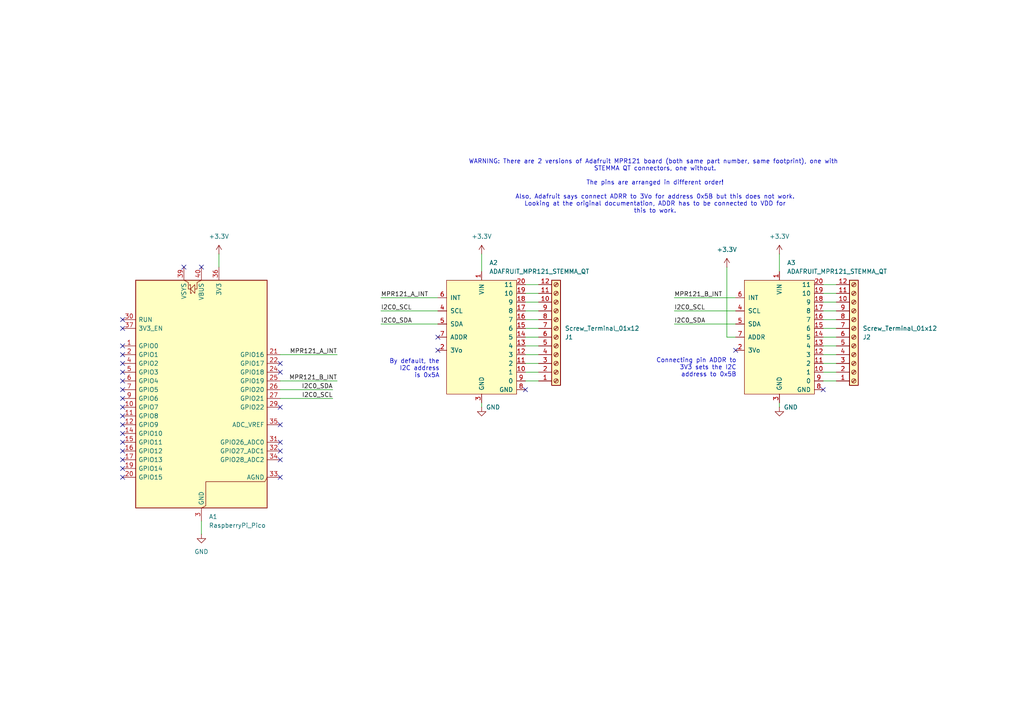
<source format=kicad_sch>
(kicad_sch (version 20250114) (generator "eeschema") (generator_version "9.0")
  (paper "A4")
  (title_block (title "Lick sensor, 24 bottles, USB out") (date "2025-10-27") (rev "1.0"))
  (lib_symbols
    (symbol "AG_Sensor:ADAFRUIT_MPR121_STEMMA_QT" (pin_names (offset 1.016))
      (property "Reference" "A" (at 5.08 13.97 0))
      (property "Value" "ADAFRUIT_MPR121_STEMMA_QT" (at 2.54 16.51 0))
      (symbol "ADAFRUIT_MPR121_STEMMA_QT_1_1"
        (rectangle (start -8.89 11.43) (end 11.43 -21.59) (fill (type background)))
        (pin passive line (at -11.43 6.35 0) (length 2.54) (name "INT") (number "6"))
        (pin passive line (at -11.43 2.54 0) (length 2.54) (name "SCL") (number "4"))
        (pin passive line (at -11.43 -1.27 0) (length 2.54) (name "SDA") (number "5"))
        (pin passive line (at -11.43 -5.08 0) (length 2.54) (name "ADDR") (number "7"))
        (pin power_out line (at -11.43 -8.89 0) (length 2.54) (name "3Vo") (number "2"))
        (pin power_in line (at 1.27 13.97 270) (length 2.54) (name "VIN") (number "1"))
        (pin power_in line (at 1.27 -24.13 90) (length 2.54) (name "GND") (number "3"))
        (pin passive line (at 13.97 10.16 180) (length 2.54) (name "11") (number "20"))
        (pin passive line (at 13.97 7.62 180) (length 2.54) (name "10") (number "19"))
        (pin passive line (at 13.97 5.08 180) (length 2.54) (name "9") (number "18"))
        (pin passive line (at 13.97 2.54 180) (length 2.54) (name "8") (number "17"))
        (pin passive line (at 13.97 0 180) (length 2.54) (name "7") (number "16"))
        (pin passive line (at 13.97 -2.54 180) (length 2.54) (name "6") (number "15"))
        (pin passive line (at 13.97 -5.08 180) (length 2.54) (name "5") (number "14"))
        (pin passive line (at 13.97 -7.62 180) (length 2.54) (name "4") (number "13"))
        (pin passive line (at 13.97 -10.16 180) (length 2.54) (name "3") (number "12"))
        (pin passive line (at 13.97 -12.7 180) (length 2.54) (name "2") (number "11"))
        (pin passive line (at 13.97 -15.24 180) (length 2.54) (name "1") (number "10"))
        (pin passive line (at 13.97 -17.78 180) (length 2.54) (name "0") (number "9"))
        (pin power_in line (at 13.97 -20.32 180) (length 2.54) (name "GND") (number "8"))
      )
    )
    (symbol "Connector:Screw_Terminal_01x12" (pin_names (offset 1.016) (hide yes))
      (property "Reference" "J" (at 0 15.24 0))
      (property "Value" "Screw_Terminal_01x12" (at 0 -17.78 0))
      (symbol "Screw_Terminal_01x12_1_1"
        (rectangle (start -1.27 13.97) (end 1.27 -16.51) (stroke (width 0.254)) (fill (type background)))
        (polyline (pts (xy -0.5334 13.0302) (xy 0.3302 12.192)) (stroke (width 0.1524)))
        (polyline (pts (xy -0.5334 10.4902) (xy 0.3302 9.652)) (stroke (width 0.1524)))
        (polyline (pts (xy -0.5334 7.9502) (xy 0.3302 7.112)) (stroke (width 0.1524)))
        (polyline (pts (xy -0.5334 5.4102) (xy 0.3302 4.572)) (stroke (width 0.1524)))
        (polyline (pts (xy -0.5334 2.8702) (xy 0.3302 2.032)) (stroke (width 0.1524)))
        (polyline (pts (xy -0.5334 0.3302) (xy 0.3302 -0.508)) (stroke (width 0.1524)))
        (polyline (pts (xy -0.5334 -2.2098) (xy 0.3302 -3.048)) (stroke (width 0.1524)))
        (polyline (pts (xy -0.5334 -4.7498) (xy 0.3302 -5.588)) (stroke (width 0.1524)))
        (polyline (pts (xy -0.5334 -7.2898) (xy 0.3302 -8.128)) (stroke (width 0.1524)))
        (polyline (pts (xy -0.5334 -9.8298) (xy 0.3302 -10.668)) (stroke (width 0.1524)))
        (polyline (pts (xy -0.5334 -12.3698) (xy 0.3302 -13.208)) (stroke (width 0.1524)))
        (polyline (pts (xy -0.5334 -14.9098) (xy 0.3302 -15.748)) (stroke (width 0.1524)))
        (polyline (pts (xy -0.3556 13.208) (xy 0.508 12.3698)) (stroke (width 0.1524)))
        (polyline (pts (xy -0.3556 10.668) (xy 0.508 9.8298)) (stroke (width 0.1524)))
        (polyline (pts (xy -0.3556 8.128) (xy 0.508 7.2898)) (stroke (width 0.1524)))
        (polyline (pts (xy -0.3556 5.588) (xy 0.508 4.7498)) (stroke (width 0.1524)))
        (polyline (pts (xy -0.3556 3.048) (xy 0.508 2.2098)) (stroke (width 0.1524)))
        (polyline (pts (xy -0.3556 0.508) (xy 0.508 -0.3302)) (stroke (width 0.1524)))
        (polyline (pts (xy -0.3556 -2.032) (xy 0.508 -2.8702)) (stroke (width 0.1524)))
        (polyline (pts (xy -0.3556 -4.572) (xy 0.508 -5.4102)) (stroke (width 0.1524)))
        (polyline (pts (xy -0.3556 -7.112) (xy 0.508 -7.9502)) (stroke (width 0.1524)))
        (polyline (pts (xy -0.3556 -9.652) (xy 0.508 -10.4902)) (stroke (width 0.1524)))
        (polyline (pts (xy -0.3556 -12.192) (xy 0.508 -13.0302)) (stroke (width 0.1524)))
        (polyline (pts (xy -0.3556 -14.732) (xy 0.508 -15.5702)) (stroke (width 0.1524)))
        (circle (center 0 12.7) (radius 0.635) (stroke (width 0.1524)))
        (circle (center 0 10.16) (radius 0.635) (stroke (width 0.1524)))
        (circle (center 0 7.62) (radius 0.635) (stroke (width 0.1524)))
        (circle (center 0 5.08) (radius 0.635) (stroke (width 0.1524)))
        (circle (center 0 2.54) (radius 0.635) (stroke (width 0.1524)))
        (circle (center 0 0) (radius 0.635) (stroke (width 0.1524)))
        (circle (center 0 -2.54) (radius 0.635) (stroke (width 0.1524)))
        (circle (center 0 -5.08) (radius 0.635) (stroke (width 0.1524)))
        (circle (center 0 -7.62) (radius 0.635) (stroke (width 0.1524)))
        (circle (center 0 -10.16) (radius 0.635) (stroke (width 0.1524)))
        (circle (center 0 -12.7) (radius 0.635) (stroke (width 0.1524)))
        (circle (center 0 -15.24) (radius 0.635) (stroke (width 0.1524)))
        (pin passive line (at -5.08 12.7 0) (length 3.81) (name "Pin_1") (number "1"))
        (pin passive line (at -5.08 10.16 0) (length 3.81) (name "Pin_2") (number "2"))
        (pin passive line (at -5.08 7.62 0) (length 3.81) (name "Pin_3") (number "3"))
        (pin passive line (at -5.08 5.08 0) (length 3.81) (name "Pin_4") (number "4"))
        (pin passive line (at -5.08 2.54 0) (length 3.81) (name "Pin_5") (number "5"))
        (pin passive line (at -5.08 0 0) (length 3.81) (name "Pin_6") (number "6"))
        (pin passive line (at -5.08 -2.54 0) (length 3.81) (name "Pin_7") (number "7"))
        (pin passive line (at -5.08 -5.08 0) (length 3.81) (name "Pin_8") (number "8"))
        (pin passive line (at -5.08 -7.62 0) (length 3.81) (name "Pin_9") (number "9"))
        (pin passive line (at -5.08 -10.16 0) (length 3.81) (name "Pin_10") (number "10"))
        (pin passive line (at -5.08 -12.7 0) (length 3.81) (name "Pin_11") (number "11"))
        (pin passive line (at -5.08 -15.24 0) (length 3.81) (name "Pin_12") (number "12"))
      )
    )
    (symbol "MCU_Module:RaspberryPi_Pico" (pin_names (offset 0.762))
      (property "Reference" "A" (at -19.05 35.56 0))
      (property "Value" "RaspberryPi_Pico" (at 7.62 35.56 0))
      (symbol "RaspberryPi_Pico_0_1"
        (rectangle (start -19.05 34.29) (end 19.05 -31.75) (stroke (width 0.254)) (fill (type background)))
        (polyline (pts (xy -5.08 34.29) (xy -3.81 33.655) (xy -3.81 31.75) (xy -3.175 31.75)))
        (polyline (pts (xy -3.429 32.766) (xy -3.429 33.02) (xy -3.175 33.02) (xy -3.175 30.48) (xy -2.921 30.48) (xy -2.921 30.734)))
        (polyline (pts (xy -3.175 31.75) (xy -1.905 33.02) (xy -1.905 30.48) (xy -3.175 31.75)))
        (polyline (pts (xy 0 34.29) (xy -1.27 33.655) (xy -1.27 31.75) (xy -1.905 31.75)))
        (polyline (pts (xy 0 -31.75) (xy 1.27 -31.115) (xy 1.27 -24.13) (xy 18.415 -24.13) (xy 19.05 -22.86)))
      )
      (symbol "RaspberryPi_Pico_1_1"
        (pin passive line (at -22.86 22.86 0) (length 3.81) (name "RUN") (number "30"))
        (pin passive line (at -22.86 20.32 0) (length 3.81) (name "3V3_EN") (number "37"))
        (pin bidirectional line (at -22.86 15.24 0) (length 3.81) (name "GPIO0") (number "1"))
        (pin bidirectional line (at -22.86 12.7 0) (length 3.81) (name "GPIO1") (number "2"))
        (pin bidirectional line (at -22.86 10.16 0) (length 3.81) (name "GPIO2") (number "4"))
        (pin bidirectional line (at -22.86 7.62 0) (length 3.81) (name "GPIO3") (number "5"))
        (pin bidirectional line (at -22.86 5.08 0) (length 3.81) (name "GPIO4") (number "6"))
        (pin bidirectional line (at -22.86 2.54 0) (length 3.81) (name "GPIO5") (number "7"))
        (pin bidirectional line (at -22.86 0 0) (length 3.81) (name "GPIO6") (number "9"))
        (pin bidirectional line (at -22.86 -2.54 0) (length 3.81) (name "GPIO7") (number "10"))
        (pin bidirectional line (at -22.86 -5.08 0) (length 3.81) (name "GPIO8") (number "11"))
        (pin bidirectional line (at -22.86 -7.62 0) (length 3.81) (name "GPIO9") (number "12"))
        (pin bidirectional line (at -22.86 -10.16 0) (length 3.81) (name "GPIO10") (number "14"))
        (pin bidirectional line (at -22.86 -12.7 0) (length 3.81) (name "GPIO11") (number "15"))
        (pin bidirectional line (at -22.86 -15.24 0) (length 3.81) (name "GPIO12") (number "16"))
        (pin bidirectional line (at -22.86 -17.78 0) (length 3.81) (name "GPIO13") (number "17"))
        (pin bidirectional line (at -22.86 -20.32 0) (length 3.81) (name "GPIO14") (number "19"))
        (pin bidirectional line (at -22.86 -22.86 0) (length 3.81) (name "GPIO15") (number "20"))
        (pin power_in line (at -5.08 38.1 270) (length 3.81) (name "VSYS") (number "39"))
        (pin power_out line (at 0 38.1 270) (length 3.81) (name "VBUS") (number "40"))
        (pin passive line (at 0 -35.56 90) (length 3.81) (hide yes) (name "GND") (number "13"))
        (pin passive line (at 0 -35.56 90) (length 3.81) (hide yes) (name "GND") (number "18"))
        (pin passive line (at 0 -35.56 90) (length 3.81) (hide yes) (name "GND") (number "23"))
        (pin passive line (at 0 -35.56 90) (length 3.81) (hide yes) (name "GND") (number "28"))
        (pin power_out line (at 0 -35.56 90) (length 3.81) (name "GND") (number "3"))
        (pin passive line (at 0 -35.56 90) (length 3.81) (hide yes) (name "GND") (number "38"))
        (pin passive line (at 0 -35.56 90) (length 3.81) (hide yes) (name "GND") (number "8"))
        (pin power_out line (at 5.08 38.1 270) (length 3.81) (name "3V3") (number "36"))
        (pin bidirectional line (at 22.86 12.7 180) (length 3.81) (name "GPIO16") (number "21"))
        (pin bidirectional line (at 22.86 10.16 180) (length 3.81) (name "GPIO17") (number "22"))
        (pin bidirectional line (at 22.86 7.62 180) (length 3.81) (name "GPIO18") (number "24"))
        (pin bidirectional line (at 22.86 5.08 180) (length 3.81) (name "GPIO19") (number "25"))
        (pin bidirectional line (at 22.86 2.54 180) (length 3.81) (name "GPIO20") (number "26"))
        (pin bidirectional line (at 22.86 0 180) (length 3.81) (name "GPIO21") (number "27"))
        (pin bidirectional line (at 22.86 -2.54 180) (length 3.81) (name "GPIO22") (number "29"))
        (pin power_in line (at 22.86 -7.62 180) (length 3.81) (name "ADC_VREF") (number "35"))
        (pin bidirectional line (at 22.86 -12.7 180) (length 3.81) (name "GPIO26_ADC0") (number "31"))
        (pin bidirectional line (at 22.86 -15.24 180) (length 3.81) (name "GPIO27_ADC1") (number "32"))
        (pin bidirectional line (at 22.86 -17.78 180) (length 3.81) (name "GPIO28_ADC2") (number "34"))
        (pin power_out line (at 22.86 -22.86 180) (length 3.81) (name "AGND") (number "33"))
      )
    )
    (symbol "power:+3.3V" (power) (pin_numbers (hide yes)) (pin_names (offset 0) (hide yes))
      (property "Value" "+3.3V" (at 0 3.556 0))
      (symbol "+3.3V_0_1"
        (polyline (pts (xy -0.762 1.27) (xy 0 2.54)))
        (polyline (pts (xy 0 2.54) (xy 0.762 1.27)))
        (polyline (pts (xy 0 0) (xy 0 2.54)))
      )
      (symbol "+3.3V_1_1"
        (pin power_in line (at 0 0 90) (length 0) (name "~") (number "1"))
      )
    )
    (symbol "power:GND" (power) (pin_numbers (hide yes)) (pin_names (offset 0) (hide yes))
      (property "Value" "GND" (at 0 -3.81 0))
      (symbol "GND_0_1"
        (polyline (pts (xy 0 0) (xy 0 -1.27) (xy 1.27 -1.27) (xy 0 -2.54) (xy -1.27 -1.27) (xy 0 -1.27)))
      )
      (symbol "GND_1_1"
        (pin power_in line (at 0 0 270) (length 0) (name "~") (number "1"))
      )
    )
  )
  (text "Connecting pin ADDR to\n3V3 sets the I2C\naddress to 0x5B" (at 213.614 106.68 0) (effects (font (size 1.27 1.27)) (justify right)))
  (text "WARNING: There are 2 versions of Adafruit MPR121 board (both same part number, same footprint), one with \nSTEMMA QT connectors, one without.\n\nThe pins are arranged in different order!\n\nAlso, Adafruit says connect ADRR to 3Vo for address 0x5B but this does not work.\nLooking at the original documentation, ADDR has to be connected to VDD for\nthis to work." (at 189.992 54.102 0) (effects (font (size 1.27 1.27))))
  (text "By default, the\nI2C address\nis 0x5A" (at 127.508 106.934 0) (effects (font (size 1.27 1.27)) (justify right)))
  (no_connect (at 81.28 107.95))
  (no_connect (at 35.56 107.95))
  (no_connect (at 35.56 115.57))
  (no_connect (at 35.56 123.19))
  (no_connect (at 81.28 128.27))
  (no_connect (at 35.56 110.49))
  (no_connect (at 81.28 130.81))
  (no_connect (at 35.56 95.25))
  (no_connect (at 35.56 118.11))
  (no_connect (at 238.76 113.03))
  (no_connect (at 53.34 77.47))
  (no_connect (at 127 97.79))
  (no_connect (at 81.28 138.43))
  (no_connect (at 35.56 102.87))
  (no_connect (at 35.56 130.81))
  (no_connect (at 81.28 123.19))
  (no_connect (at 81.28 133.35))
  (no_connect (at 35.56 135.89))
  (no_connect (at 127 101.6))
  (no_connect (at 58.42 77.47))
  (no_connect (at 35.56 133.35))
  (no_connect (at 35.56 105.41))
  (no_connect (at 35.56 100.33))
  (no_connect (at 35.56 92.71))
  (no_connect (at 81.28 118.11))
  (no_connect (at 81.28 105.41))
  (no_connect (at 35.56 138.43))
  (no_connect (at 35.56 120.65))
  (no_connect (at 35.56 128.27))
  (no_connect (at 213.36 101.6))
  (no_connect (at 35.56 125.73))
  (no_connect (at 35.56 113.03))
  (no_connect (at 152.4 113.03))
  (wire (pts (xy 152.4 100.33) (xy 156.21 100.33)))
  (wire (pts (xy 152.4 107.95) (xy 156.21 107.95)))
  (wire (pts (xy 152.4 102.87) (xy 156.21 102.87)))
  (wire (pts (xy 238.76 85.09) (xy 242.57 85.09)))
  (wire (pts (xy 139.7 116.84) (xy 139.7 118.11)))
  (wire (pts (xy 152.4 92.71) (xy 156.21 92.71)))
  (wire (pts (xy 110.49 90.17) (xy 127 90.17)))
  (wire (pts (xy 110.49 93.98) (xy 127 93.98)))
  (wire (pts (xy 238.76 110.49) (xy 242.57 110.49)))
  (wire (pts (xy 210.82 77.47) (xy 210.82 97.79)))
  (wire (pts (xy 226.06 116.84) (xy 226.06 118.11)))
  (wire (pts (xy 238.76 92.71) (xy 242.57 92.71)))
  (wire (pts (xy 238.76 97.79) (xy 242.57 97.79)))
  (wire (pts (xy 152.4 82.55) (xy 156.21 82.55)))
  (wire (pts (xy 152.4 95.25) (xy 156.21 95.25)))
  (wire (pts (xy 152.4 110.49) (xy 156.21 110.49)))
  (wire (pts (xy 238.76 107.95) (xy 242.57 107.95)))
  (wire (pts (xy 238.76 82.55) (xy 242.57 82.55)))
  (wire (pts (xy 238.76 87.63) (xy 242.57 87.63)))
  (wire (pts (xy 152.4 105.41) (xy 156.21 105.41)))
  (wire (pts (xy 195.58 93.98) (xy 213.36 93.98)))
  (wire (pts (xy 195.58 90.17) (xy 213.36 90.17)))
  (wire (pts (xy 195.58 86.36) (xy 213.36 86.36)))
  (wire (pts (xy 81.28 102.87) (xy 97.79 102.87)))
  (wire (pts (xy 81.28 113.03) (xy 96.52 113.03)))
  (wire (pts (xy 238.76 95.25) (xy 242.57 95.25)))
  (wire (pts (xy 58.42 151.13) (xy 58.42 154.94)))
  (wire (pts (xy 152.4 90.17) (xy 156.21 90.17)))
  (wire (pts (xy 139.7 73.66) (xy 139.7 78.74)))
  (wire (pts (xy 152.4 97.79) (xy 156.21 97.79)))
  (wire (pts (xy 213.36 97.79) (xy 210.82 97.79)))
  (wire (pts (xy 238.76 105.41) (xy 242.57 105.41)))
  (wire (pts (xy 238.76 90.17) (xy 242.57 90.17)))
  (wire (pts (xy 238.76 102.87) (xy 242.57 102.87)))
  (wire (pts (xy 152.4 85.09) (xy 156.21 85.09)))
  (wire (pts (xy 63.5 73.66) (xy 63.5 77.47)))
  (wire (pts (xy 152.4 87.63) (xy 156.21 87.63)))
  (wire (pts (xy 238.76 100.33) (xy 242.57 100.33)))
  (wire (pts (xy 110.49 86.36) (xy 127 86.36)))
  (wire (pts (xy 81.28 115.57) (xy 96.52 115.57)))
  (wire (pts (xy 81.28 110.49) (xy 97.79 110.49)))
  (wire (pts (xy 226.06 73.66) (xy 226.06 78.74)))
  (label "MPR121_B_INT" (at 195.58 86.36 0))
  (label "MPR121_B_INT" (at 97.79 110.49 180))
  (label "MPR121_A_INT" (at 97.79 102.87 180))
  (label "I2C0_SCL" (at 110.49 90.17 0))
  (label "MPR121_A_INT" (at 110.49 86.36 0))
  (label "I2C0_SDA" (at 110.49 93.98 0))
  (label "I2C0_SDA" (at 96.52 113.03 180))
  (label "I2C0_SCL" (at 96.52 115.57 180))
  (label "I2C0_SDA" (at 195.58 93.98 0))
  (label "I2C0_SCL" (at 195.58 90.17 0))
  (symbol (lib_id "power:GND") (at 139.7 118.11 0) (unit 1)
    (property "Reference" "#PWR04" (effects (hide yes)))
    (property "Value" "GND" (at 143.002 118.11 0))
    (property "Description" "Power symbol creates a global label with name \"GND\" , ground" (effects (hide yes)))
  )
  (symbol (lib_id "power:GND") (at 58.42 154.94 0) (unit 1)
    (property "Reference" "#PWR01" (effects (hide yes)))
    (property "Value" "GND" (at 58.42 160.02 0))
    (property "Description" "Power symbol creates a global label with name \"GND\" , ground" (effects (hide yes)))
  )
  (symbol (lib_id "power:GND") (at 226.06 118.11 0) (unit 1)
    (property "Reference" "#PWR07" (effects (hide yes)))
    (property "Value" "GND" (at 229.362 118.11 0))
    (property "Description" "Power symbol creates a global label with name \"GND\" , ground" (effects (hide yes)))
  )
  (symbol (lib_id "power:+3.3V") (at 226.06 73.66 0) (unit 1)
    (property "Reference" "#PWR06" (effects (hide yes)))
    (property "Value" "+3.3V" (at 226.06 68.58 0))
    (property "Description" "Power symbol creates a global label with name \"+3.3V\"" (effects (hide yes)))
  )
  (symbol (lib_id "AG_Sensor:ADAFRUIT_MPR121_STEMMA_QT") (at 138.43 92.71 0) (unit 1)
    (property "Reference" "A2" (at 141.8941 76.2 0) (effects (justify left)))
    (property "Value" "ADAFRUIT_MPR121_STEMMA_QT" (at 141.8941 78.74 0) (effects (justify left)))
    (property "Footprint" "AG_Sensor:ADAFRUIT_MPR121_STEMMA_QT" (effects (hide yes)))
    (property "Description" "Touch sensor board" (effects (hide yes)))
  )
  (symbol (lib_id "Connector:Screw_Terminal_01x12") (at 247.65 97.79 0) (mirror x) (unit 1)
    (property "Reference" "J2" (at 250.19 97.7901 0) (effects (justify left)))
    (property "Value" "Screw_Terminal_01x12" (at 250.19 95.2501 0) (effects (justify left)))
    (property "Footprint" "TerminalBlock_Phoenix:TerminalBlock_Phoenix_MPT-0,5-12-2.54_1x12_P2.54mm_Horizontal" (effects (hide yes)))
    (property "Description" "Generic screw terminal, single row, 01x12, script generated (kicad-library-utils/schlib/autogen/connector/)" (effects (hide yes)))
  )
  (symbol (lib_id "MCU_Module:RaspberryPi_Pico") (at 58.42 115.57 0) (unit 1)
    (property "Reference" "A1" (at 60.5633 149.86 0) (effects (justify left)))
    (property "Value" "RaspberryPi_Pico" (at 60.5633 152.4 0) (effects (justify left)))
    (property "Footprint" "Module:RaspberryPi_Pico_Common_Unspecified" (effects (hide yes)))
    (property "Datasheet" "https://datasheets.raspberrypi.com/pico/pico-datasheet.pdf" (effects (hide yes)))
    (property "Description" "Versatile and inexpensive microcontroller module powered by RP2040 dual-core Arm Cortex-M0+ processor up to 133 MHz, 264kB SRAM, 2MB QSPI flash; also supports Raspberry Pi Pico 2" (effects (hide yes)))
  )
  (symbol (lib_id "Connector:Screw_Terminal_01x12") (at 161.29 97.79 0) (mirror x) (unit 1)
    (property "Reference" "J1" (at 163.83 97.7901 0) (effects (justify left)))
    (property "Value" "Screw_Terminal_01x12" (at 163.83 95.2501 0) (effects (justify left)))
    (property "Footprint" "TerminalBlock_Phoenix:TerminalBlock_Phoenix_MPT-0,5-12-2.54_1x12_P2.54mm_Horizontal" (effects (hide yes)))
    (property "Description" "Generic screw terminal, single row, 01x12, script generated (kicad-library-utils/schlib/autogen/connector/)" (effects (hide yes)))
  )
  (symbol (lib_id "AG_Sensor:ADAFRUIT_MPR121_STEMMA_QT") (at 224.79 92.71 0) (unit 1)
    (property "Reference" "A3" (at 228.2541 76.2 0) (effects (justify left)))
    (property "Value" "ADAFRUIT_MPR121_STEMMA_QT" (at 228.2541 78.74 0) (effects (justify left)))
    (property "Footprint" "AG_Sensor:ADAFRUIT_MPR121_STEMMA_QT" (effects (hide yes)))
    (property "Description" "Touch sensor board" (effects (hide yes)))
  )
  (symbol (lib_id "power:+3.3V") (at 139.7 73.66 0) (unit 1)
    (property "Reference" "#PWR03" (effects (hide yes)))
    (property "Value" "+3.3V" (at 139.7 68.58 0))
    (property "Description" "Power symbol creates a global label with name \"+3.3V\"" (effects (hide yes)))
  )
  (symbol (lib_id "power:+3.3V") (at 63.5 73.66 0) (unit 1)
    (property "Reference" "#PWR02" (effects (hide yes)))
    (property "Value" "+3.3V" (at 63.5 68.58 0))
    (property "Description" "Power symbol creates a global label with name \"+3.3V\"" (effects (hide yes)))
  )
  (symbol (lib_id "power:+3.3V") (at 210.82 77.47 0) (unit 1)
    (property "Reference" "#PWR05" (effects (hide yes)))
    (property "Value" "+3.3V" (at 210.82 72.39 0))
    (property "Description" "Power symbol creates a global label with name \"+3.3V\"" (effects (hide yes)))
  )
)
</source>
